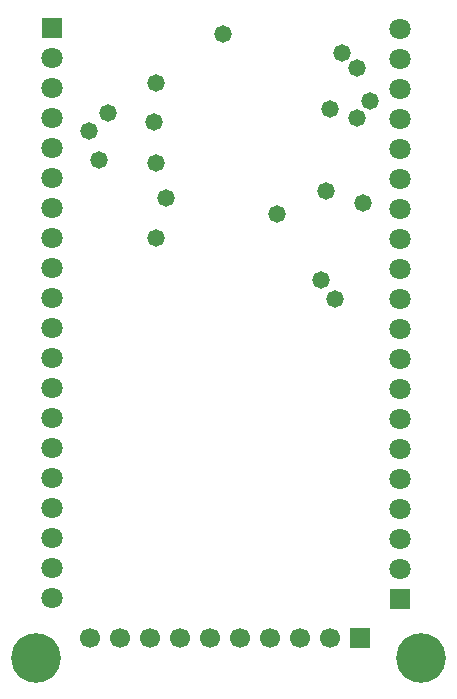
<source format=gbs>
%FSTAX23Y23*%
%MOIN*%
%SFA1B1*%

%IPPOS*%
%ADD18C,0.070990*%
%ADD19R,0.070990X0.070990*%
%ADD20C,0.066930*%
%ADD21R,0.066930X0.066930*%
%ADD22C,0.165480*%
%ADD23C,0.058000*%
%LNpcb2-1*%
%LPD*%
G54D18*
X02425Y02755D03*
Y02455D03*
Y02355D03*
Y02255D03*
Y02055D03*
Y01955D03*
Y01755D03*
Y01555D03*
Y01455D03*
Y01655D03*
Y01855D03*
Y02155D03*
Y02555D03*
Y02655D03*
Y02855D03*
Y02955D03*
Y03055D03*
Y03155D03*
Y03255D03*
X01265Y0186D03*
Y0216D03*
Y0226D03*
Y0236D03*
Y0256D03*
Y0266D03*
Y0286D03*
Y0306D03*
Y0316D03*
Y0296D03*
Y0276D03*
Y0246D03*
Y0206D03*
Y0196D03*
Y0176D03*
Y0166D03*
Y0156D03*
Y0146D03*
Y0136D03*
G54D19*
X02425Y01355D03*
X01265Y0326D03*
G54D20*
X0139Y01225D03*
X0149D03*
X0159D03*
X0169D03*
X0179D03*
X0189D03*
X0199D03*
X0209D03*
X0219D03*
G54D21*
X0229Y01225D03*
G54D22*
X02495Y0116D03*
X0121D03*
G54D23*
X0142Y0282D03*
X01386Y02914D03*
X0145Y02975D03*
X0216Y0242D03*
X02013Y0264D03*
X02176Y02716D03*
X023Y02675D03*
X0228Y03125D03*
X02325Y03015D03*
X0228Y0296D03*
X0219Y0299D03*
X0223Y03175D03*
X01835Y0324D03*
X0161Y0256D03*
Y03075D03*
X01605Y02945D03*
X0161Y0281D03*
X01645Y02691D03*
X02206Y02355D03*
M02*
</source>
